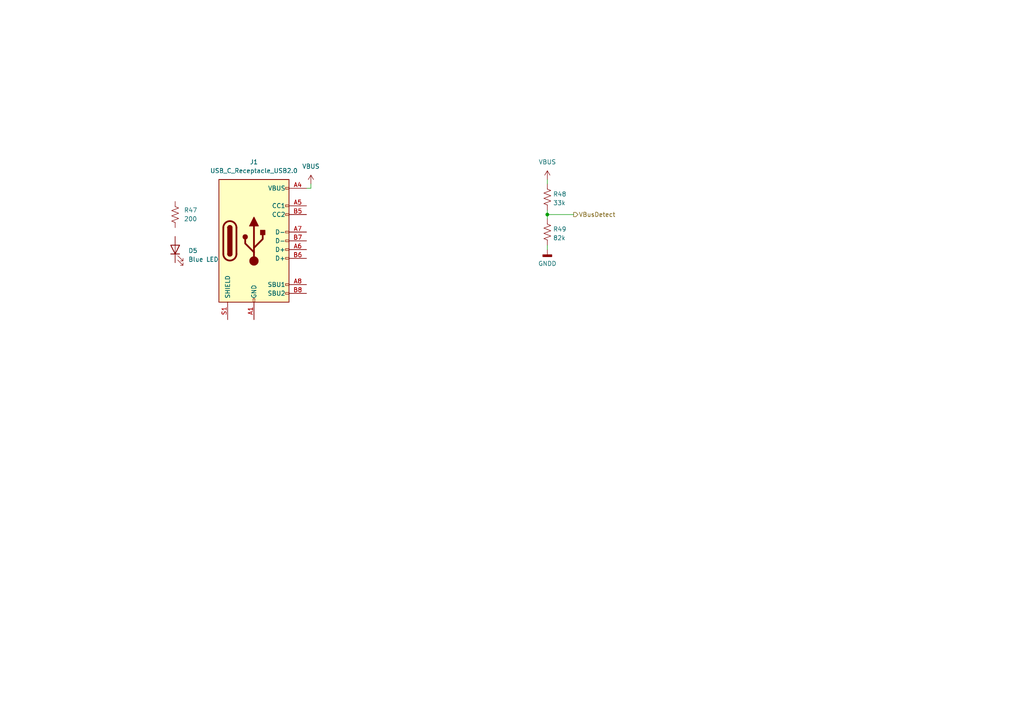
<source format=kicad_sch>
(kicad_sch (version 20211123) (generator eeschema)
  (paper "A4")
  (lib_symbols
    (symbol "Connector:USB_C_Receptacle_USB2.0" (pin_names (offset 1.016))
      (property "Reference" "J" (at -10.16 19.05 0))
      (property "Value" "USB_C_Receptacle_USB2.0" (at 19.05 19.05 0))
      (symbol "USB_C_Receptacle_USB2.0_0_0"
        (rectangle (start -0.254 -17.78) (end 0.254 -16.764))
        (rectangle (start 10.16 -14.986) (end 9.144 -15.494))
        (rectangle (start 10.16 -12.446) (end 9.144 -12.954))
        (rectangle (start 10.16 -4.826) (end 9.144 -5.334))
        (rectangle (start 10.16 -2.286) (end 9.144 -2.794))
        (rectangle (start 10.16 0.254) (end 9.144 -0.254))
        (rectangle (start 10.16 2.794) (end 9.144 2.286))
        (rectangle (start 10.16 7.874) (end 9.144 7.366))
        (rectangle (start 10.16 10.414) (end 9.144 9.906))
        (rectangle (start 10.16 15.494) (end 9.144 14.986))
      )
      (symbol "USB_C_Receptacle_USB2.0_0_1"
        (rectangle (start -10.16 17.78) (end 10.16 -17.78) (stroke (width 0.254)) (fill (type background)))
        (arc (start -8.89 -3.81) (mid -6.985 -5.715) (end -5.08 -3.81) (stroke (width 0.508)))
        (arc (start -7.62 -3.81) (mid -6.985 -4.445) (end -6.35 -3.81) (stroke (width 0.254)))
        (arc (start -7.62 -3.81) (mid -6.985 -4.445) (end -6.35 -3.81) (stroke (width 0.254)) (fill (type outline)))
        (rectangle (start -7.62 -3.81) (end -6.35 3.81) (stroke (width 0.254)) (fill (type outline)))
        (arc (start -6.35 3.81) (mid -6.985 4.445) (end -7.62 3.81) (stroke (width 0.254)))
        (arc (start -6.35 3.81) (mid -6.985 4.445) (end -7.62 3.81) (stroke (width 0.254)) (fill (type outline)))
        (arc (start -5.08 3.81) (mid -6.985 5.715) (end -8.89 3.81) (stroke (width 0.508)))
        (circle (center -2.54 1.143) (radius 0.635) (stroke (width 0.254)) (fill (type outline)))
        (circle (center 0 -5.842) (radius 1.27) (fill (type outline)))
        (polyline (pts (xy -8.89 -3.81) (xy -8.89 3.81)) (stroke (width 0.508)))
        (polyline (pts (xy -5.08 3.81) (xy -5.08 -3.81)) (stroke (width 0.508)))
        (polyline (pts (xy 0 -5.842) (xy 0 4.318)) (stroke (width 0.508)))
        (polyline (pts (xy 0 -3.302) (xy -2.54 -0.762) (xy -2.54 0.508)) (stroke (width 0.508)))
        (polyline (pts (xy 0 -2.032) (xy 2.54 0.508) (xy 2.54 1.778)) (stroke (width 0.508)))
        (polyline (pts (xy -1.27 4.318) (xy 0 6.858) (xy 1.27 4.318) (xy -1.27 4.318)) (stroke (width 0.254)) (fill (type outline)))
        (rectangle (start 1.905 1.778) (end 3.175 3.048) (stroke (width 0.254)) (fill (type outline)))
      )
      (symbol "USB_C_Receptacle_USB2.0_1_1"
        (pin passive line (at 0 -22.86 90) (length 5.08) (name "GND") (number "A1"))
        (pin passive line (at 0 -22.86 90) (length 5.08) hide (name "GND") (number "A12"))
        (pin passive line (at 15.24 15.24 180) (length 5.08) (name "VBUS") (number "A4"))
        (pin bidirectional line (at 15.24 10.16 180) (length 5.08) (name "CC1") (number "A5"))
        (pin bidirectional line (at 15.24 -2.54 180) (length 5.08) (name "D+") (number "A6"))
        (pin bidirectional line (at 15.24 2.54 180) (length 5.08) (name "D-") (number "A7"))
        (pin bidirectional line (at 15.24 -12.7 180) (length 5.08) (name "SBU1") (number "A8"))
        (pin passive line (at 15.24 15.24 180) (length 5.08) hide (name "VBUS") (number "A9"))
        (pin passive line (at 0 -22.86 90) (length 5.08) hide (name "GND") (number "B1"))
        (pin passive line (at 0 -22.86 90) (length 5.08) hide (name "GND") (number "B12"))
        (pin passive line (at 15.24 15.24 180) (length 5.08) hide (name "VBUS") (number "B4"))
        (pin bidirectional line (at 15.24 7.62 180) (length 5.08) (name "CC2") (number "B5"))
        (pin bidirectional line (at 15.24 -5.08 180) (length 5.08) (name "D+") (number "B6"))
        (pin bidirectional line (at 15.24 0 180) (length 5.08) (name "D-") (number "B7"))
        (pin bidirectional line (at 15.24 -15.24 180) (length 5.08) (name "SBU2") (number "B8"))
        (pin passive line (at 15.24 15.24 180) (length 5.08) hide (name "VBUS") (number "B9"))
        (pin passive line (at -7.62 -22.86 90) (length 5.08) (name "SHIELD") (number "S1"))
      )
    )
    (symbol "Device:LED" (pin_numbers hide) (pin_names (offset 1.016) hide)
      (property "Reference" "D" (at 0 2.54 0))
      (property "Value" "LED" (at 0 -2.54 0))
      (symbol "LED_0_1"
        (polyline (pts (xy -1.27 -1.27) (xy -1.27 1.27)) (stroke (width 0.254)))
        (polyline (pts (xy -1.27 0) (xy 1.27 0)))
        (polyline (pts (xy 1.27 -1.27) (xy 1.27 1.27) (xy -1.27 0) (xy 1.27 -1.27)) (stroke (width 0.254)))
        (polyline (pts (xy -3.048 -0.762) (xy -4.572 -2.286) (xy -3.81 -2.286) (xy -4.572 -2.286) (xy -4.572 -1.524)))
        (polyline (pts (xy -1.778 -0.762) (xy -3.302 -2.286) (xy -2.54 -2.286) (xy -3.302 -2.286) (xy -3.302 -1.524)))
      )
      (symbol "LED_1_1"
        (pin passive line (at -3.81 0 0) (length 2.54) (name "K") (number "1"))
        (pin passive line (at 3.81 0 180) (length 2.54) (name "A") (number "2"))
      )
    )
    (symbol "Device:R_US" (pin_numbers hide) (pin_names (offset 0))
      (property "Reference" "R" (at 2.54 0 90))
      (property "Value" "R_US" (at -2.54 0 90))
      (symbol "R_US_0_1"
        (polyline (pts (xy 0 -2.286) (xy 0 -2.54)))
        (polyline (pts (xy 0 2.286) (xy 0 2.54)))
        (polyline (pts (xy 0 -0.762) (xy 1.016 -1.143) (xy 0 -1.524) (xy -1.016 -1.905) (xy 0 -2.286)))
        (polyline (pts (xy 0 0.762) (xy 1.016 0.381) (xy 0 0) (xy -1.016 -0.381) (xy 0 -0.762)))
        (polyline (pts (xy 0 2.286) (xy 1.016 1.905) (xy 0 1.524) (xy -1.016 1.143) (xy 0 0.762)))
      )
      (symbol "R_US_1_1"
        (pin passive line (at 0 3.81 270) (length 1.27) (name "~") (number "1"))
        (pin passive line (at 0 -3.81 90) (length 1.27) (name "~") (number "2"))
      )
    )
    (symbol "power:GNDD" (power) (pin_names (offset 0))
      (property "Value" "GNDD" (at 0 -3.175 0))
      (symbol "GNDD_0_1"
        (rectangle (start -1.27 -1.524) (end 1.27 -2.032) (stroke (width 0.254)) (fill (type outline)))
        (polyline (pts (xy 0 0) (xy 0 -1.524)))
      )
      (symbol "GNDD_1_1"
        (pin power_in line (at 0 0 270) (length 0) hide (name "GNDD") (number "1"))
      )
    )
    (symbol "power:VBUS" (power) (pin_names (offset 0))
      (property "Value" "VBUS" (at 0 3.81 0))
      (symbol "VBUS_0_1"
        (polyline (pts (xy -0.762 1.27) (xy 0 2.54)))
        (polyline (pts (xy 0 0) (xy 0 2.54)))
        (polyline (pts (xy 0 2.54) (xy 0.762 1.27)))
      )
      (symbol "VBUS_1_1"
        (pin power_in line (at 0 0 90) (length 0) hide (name "VBUS") (number "1"))
      )
    )
  )
  (junction (at 158.75 62.23))
  (wire (pts (xy 158.75 62.23) (xy 158.75 63.5)))
  (wire (pts (xy 158.75 52.07) (xy 158.75 53.34)))
  (wire (pts (xy 158.75 60.96) (xy 158.75 62.23)))
  (wire (pts (xy 158.75 62.23) (xy 166.37 62.23)))
  (wire (pts (xy 90.17 54.61) (xy 88.9 54.61)))
  (wire (pts (xy 90.17 53.34) (xy 90.17 54.61)))
  (wire (pts (xy 158.75 71.12) (xy 158.75 72.39)))
  (hierarchical_label "VBusDetect" (shape output) (at 166.37 62.23 0))
  (symbol (lib_id "Device:R_US") (at 158.75 67.31 0) (unit 1)
    (property "Reference" "R49" (at 160.401 66.4753 0) (effects (justify left)))
    (property "Value" "82k" (at 160.401 69.0122 0) (effects (justify left)))
  )
  (symbol (lib_id "Device:R_US") (at 50.8 62.23 0) (unit 1)
    (property "Reference" "R47" (at 53.34 60.9599 0) (effects (justify left)))
    (property "Value" "200" (at 53.34 63.4999 0) (effects (justify left)))
    (property "Footprint" "Resistor_SMD:R_0402_1005Metric" (effects hide))
    (property "JLCPCB" "C25087" (effects hide))
  )
  (symbol (lib_id "power:GNDD") (at 158.75 72.39 0) (unit 1)
    (property "Reference" "#PWR043" (effects hide))
    (property "Value" "GNDD" (at 158.75 76.4524 0))
  )
  (symbol (lib_id "Device:LED") (at 50.8 72.39 90) (unit 1)
    (property "Reference" "D5" (at 54.61 72.7074 90) (effects (justify right)))
    (property "Value" "Blue LED" (at 54.61 75.2474 90) (effects (justify right)))
    (property "Footprint" "Diode_SMD:D_0603_1608Metric" (effects hide))
    (property "Datasheet" "https://datasheet.lcsc.com/lcsc/1811101510_Everlight-Elec-19-217-BHC-ZL1M2RY-3T_C72041.pdf" (effects hide))
    (property "JLCPCB" "C72041" (effects hide))
  )
  (symbol (lib_id "Connector:USB_C_Receptacle_USB2.0") (at 73.66 69.85 0) (unit 1)
    (property "Reference" "J1" (at 73.66 46.99 0))
    (property "Value" "USB_C_Receptacle_USB2.0" (at 73.66 49.53 0))
    (property "Footprint" "Connector_USB:USB_C_Receptacle_GCT_USB4085" (effects hide))
    (property "Datasheet" "https://www.usb.org/sites/default/files/documents/usb_type-c.zip" (effects hide))
    (property "DigiKey" "2073-USB4085-GF-ACT-ND" (effects hide))
  )
  (symbol (lib_id "power:VBUS") (at 90.17 53.34 0) (unit 1)
    (property "Reference" "#PWR040" (effects hide))
    (property "Value" "VBUS" (at 90.17 48.26 0))
  )
  (symbol (lib_id "Device:R_US") (at 158.75 57.15 0) (unit 1)
    (property "Reference" "R48" (at 160.401 56.3153 0) (effects (justify left)))
    (property "Value" "33k" (at 160.401 58.8522 0) (effects (justify left)))
  )
  (symbol (lib_id "power:VBUS") (at 158.75 52.07 0) (unit 1)
    (property "Reference" "#PWR042" (effects hide))
    (property "Value" "VBUS" (at 158.75 46.99 0))
  )
)
</source>
